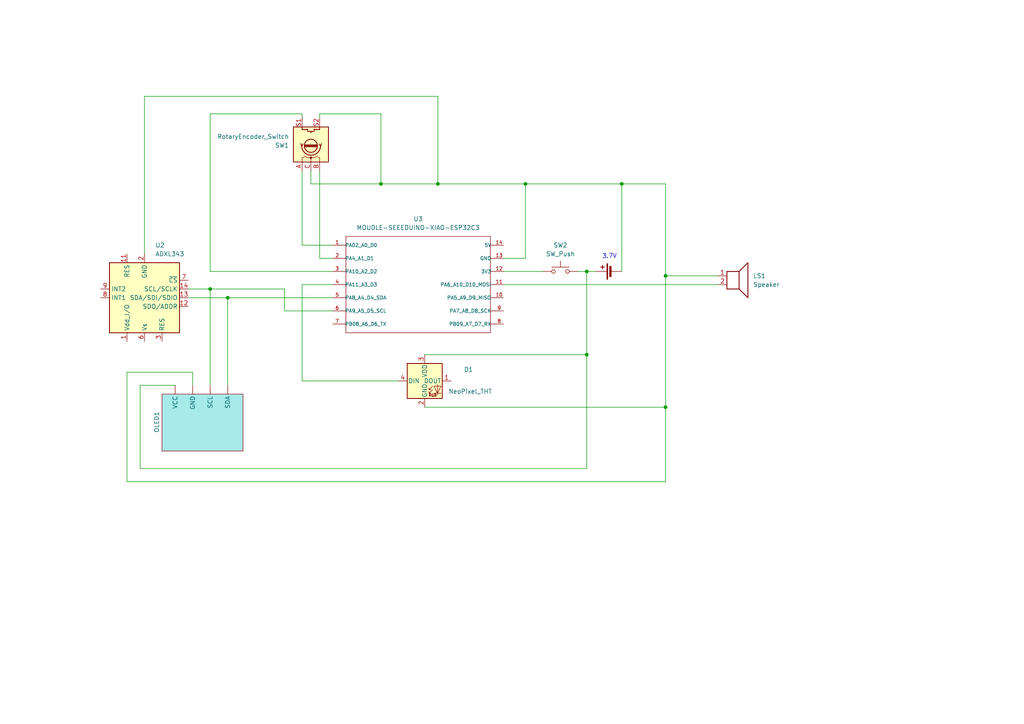
<source format=kicad_sch>
(kicad_sch (version 20250114) (generator "eeschema") (generator_version "9.0")
  (paper "A4")
  (lib_symbols
    (symbol "Device:Battery_Cell" (pin_numbers (hide yes)) (pin_names (offset 0) (hide yes))
      (property "Reference" "BT" (at 2.54 2.54 0))
      (property "Value" "Battery_Cell" (at 2.54 0 0))
      (symbol "Battery_Cell_0_1"
        (rectangle (start -2.286 1.778) (end 2.286 1.524) (fill (type outline)))
        (rectangle (start -1.524 1.016) (end 1.524 0.508) (fill (type outline)))
        (polyline (pts (xy 0 1.778) (xy 0 2.54)))
        (polyline (pts (xy 0 0.762) (xy 0 0)))
        (polyline (pts (xy 0.762 3.048) (xy 1.778 3.048)) (stroke (width 0.254)))
        (polyline (pts (xy 1.27 3.556) (xy 1.27 2.54)) (stroke (width 0.254)))
      )
      (symbol "Battery_Cell_1_1"
        (pin passive line (at 0 5.08 270) (length 2.54) (name "+") (number "1"))
        (pin passive line (at 0 -2.54 90) (length 2.54) (name "-") (number "2"))
      )
    )
    (symbol "Device:RotaryEncoder_Switch" (pin_names (offset 0.254) (hide yes))
      (property "Reference" "SW" (at 0 6.604 0))
      (property "Value" "RotaryEncoder_Switch" (at 0 -6.604 0))
      (symbol "RotaryEncoder_Switch_0_1"
        (rectangle (start -5.08 5.08) (end 5.08 -5.08) (stroke (width 0.254)) (fill (type background)))
        (polyline (pts (xy -5.08 2.54) (xy -3.81 2.54) (xy -3.81 2.032)))
        (polyline (pts (xy -5.08 0) (xy -3.81 0) (xy -3.81 -1.016) (xy -3.302 -2.032)))
        (polyline (pts (xy -5.08 -2.54) (xy -3.81 -2.54) (xy -3.81 -2.032)))
        (polyline (pts (xy -4.318 0) (xy -3.81 0) (xy -3.81 1.016) (xy -3.302 2.032)))
        (circle (center -3.81 0) (radius 0.254) (fill (type outline)))
        (polyline (pts (xy -0.635 -1.778) (xy -0.635 1.778)) (stroke (width 0.254)))
        (circle (center -0.381 0) (radius 1.905) (stroke (width 0.254)))
        (polyline (pts (xy -0.381 -1.778) (xy -0.381 1.778)) (stroke (width 0.254)))
        (arc (start -0.381 -2.794) (mid -3.0988 -0.0635) (end -0.381 2.667) (stroke (width 0.254)))
        (polyline (pts (xy -0.127 1.778) (xy -0.127 -1.778)) (stroke (width 0.254)))
        (polyline (pts (xy 0.254 2.921) (xy -0.508 2.667) (xy 0.127 2.286)) (stroke (width 0.254)))
        (polyline (pts (xy 0.254 -3.048) (xy -0.508 -2.794) (xy 0.127 -2.413)) (stroke (width 0.254)))
        (polyline (pts (xy 3.81 1.016) (xy 3.81 -1.016)) (stroke (width 0.254)))
        (polyline (pts (xy 3.81 0) (xy 3.429 0)) (stroke (width 0.254)))
        (circle (center 4.318 1.016) (radius 0.127) (stroke (width 0.254)))
        (circle (center 4.318 -1.016) (radius 0.127) (stroke (width 0.254)))
        (polyline (pts (xy 5.08 2.54) (xy 4.318 2.54) (xy 4.318 1.016)) (stroke (width 0.254)))
        (polyline (pts (xy 5.08 -2.54) (xy 4.318 -2.54) (xy 4.318 -1.016)) (stroke (width 0.254)))
      )
      (symbol "RotaryEncoder_Switch_1_1"
        (pin passive line (at -7.62 2.54 0) (length 2.54) (name "A") (number "A"))
        (pin passive line (at -7.62 0 0) (length 2.54) (name "C") (number "C"))
        (pin passive line (at -7.62 -2.54 0) (length 2.54) (name "B") (number "B"))
        (pin passive line (at 7.62 2.54 180) (length 2.54) (name "S1") (number "S1"))
        (pin passive line (at 7.62 -2.54 180) (length 2.54) (name "S2") (number "S2"))
      )
    )
    (symbol "Device:Speaker" (pin_names (offset 0) (hide yes))
      (property "Reference" "LS" (at 1.27 5.715 0))
      (property "Value" "Speaker" (at 1.27 3.81 0))
      (symbol "Speaker_0_0"
        (rectangle (start -2.54 1.27) (end 1.016 -3.81) (stroke (width 0.254)))
        (polyline (pts (xy 1.016 1.27) (xy 3.556 3.81) (xy 3.556 -6.35) (xy 1.016 -3.81)) (stroke (width 0.254)))
      )
      (symbol "Speaker_1_1"
        (pin input line (at -5.08 0 0) (length 2.54) (name "1") (number "1"))
        (pin input line (at -5.08 -2.54 0) (length 2.54) (name "2") (number "2"))
      )
    )
    (symbol "Introduction to Sensors and Circuits Library:SSD1306_128x64_OLED_screen"
      (property "Reference" "OLED1" (at -2.54 -1.27 0))
      (property "Value" "~" (at -3.81 -1.27 0))
      (symbol "SSD1306_128x64_OLED_screen_0_1"
        (rectangle (start -11.43 7.62) (end 12.065 -8.89) (fill (type color) (color 0 194 194 0.35)))
      )
      (symbol "SSD1306_128x64_OLED_screen_1_1"
        (pin input line (at -7.62 10.16 270) (length 2.54) (name "VCC") (number ""))
        (pin input line (at -2.54 10.16 270) (length 2.54) (name "GND") (number ""))
        (pin input line (at 2.54 10.16 270) (length 2.54) (name "SCL") (number ""))
        (pin input line (at 7.62 10.16 270) (length 2.54) (name "SDA") (number ""))
      )
    )
    (symbol "LED:NeoPixel_THT" (pin_names (offset 0.254))
      (property "Reference" "D" (at 5.08 5.715 0))
      (property "Value" "NeoPixel_THT" (at 1.27 -5.715 0))
      (symbol "NeoPixel_THT_0_0"
        (text "RGB" (at 2.286 -4.191 0) (effects (font (size 0.762 0.762))))
      )
      (symbol "NeoPixel_THT_0_1"
        (polyline (pts (xy 1.27 -2.54) (xy 1.778 -2.54)))
        (polyline (pts (xy 1.27 -3.556) (xy 1.778 -3.556)))
        (polyline (pts (xy 2.286 -1.524) (xy 1.27 -2.54) (xy 1.27 -2.032)))
        (polyline (pts (xy 2.286 -2.54) (xy 1.27 -3.556) (xy 1.27 -3.048)))
        (polyline (pts (xy 3.683 -1.016) (xy 3.683 -3.556) (xy 3.683 -4.064)))
        (polyline (pts (xy 4.699 -1.524) (xy 2.667 -1.524) (xy 3.683 -3.556) (xy 4.699 -1.524)))
        (polyline (pts (xy 4.699 -3.556) (xy 2.667 -3.556)))
        (rectangle (start 5.08 5.08) (end -5.08 -5.08) (stroke (width 0.254)) (fill (type background)))
      )
      (symbol "NeoPixel_THT_1_1"
        (pin input line (at -7.62 0 0) (length 2.54) (name "DIN") (number "4"))
        (pin power_in line (at 0 7.62 270) (length 2.54) (name "VDD") (number "3"))
        (pin power_in line (at 0 -7.62 90) (length 2.54) (name "GND") (number "2"))
        (pin output line (at 7.62 0 180) (length 2.54) (name "DOUT") (number "1"))
      )
    )
    (symbol "MOUDLE-SEEEDUINO-XIAO-ESP32C3:MOUDLE-SEEEDUINO-XIAO-ESP32C3" (pin_names (offset 1.016))
      (property "Reference" "U" (at -21.59 15.24 0))
      (property "Value" "MOUDLE-SEEEDUINO-XIAO-ESP32C3" (at -21.59 13.97 0))
      (symbol "MOUDLE-SEEEDUINO-XIAO-ESP32C3_0_0"
        (polyline (pts (xy -21.59 13.97) (xy 20.32 13.97)) (stroke (width 0.1524)))
        (polyline (pts (xy -21.59 11.43) (xy -22.86 11.43)) (stroke (width 0.1524)))
        (polyline (pts (xy -21.59 11.43) (xy -21.59 13.97)) (stroke (width 0.1524)))
        (polyline (pts (xy -21.59 7.62) (xy -22.86 7.62)) (stroke (width 0.1524)))
        (polyline (pts (xy -21.59 7.62) (xy -21.59 11.43)) (stroke (width 0.1524)))
        (polyline (pts (xy -21.59 3.81) (xy -22.86 3.81)) (stroke (width 0.1524)))
        (polyline (pts (xy -21.59 3.81) (xy -21.59 7.62)) (stroke (width 0.1524)))
        (polyline (pts (xy -21.59 0) (xy -22.86 0)) (stroke (width 0.1524)))
        (polyline (pts (xy -21.59 0) (xy -21.59 3.81)) (stroke (width 0.1524)))
        (polyline (pts (xy -21.59 -3.81) (xy -22.86 -3.81)) (stroke (width 0.1524)))
        (polyline (pts (xy -21.59 -7.62) (xy -22.86 -7.62)) (stroke (width 0.1524)))
        (polyline (pts (xy -21.59 -11.43) (xy -22.86 -11.43)) (stroke (width 0.1524)))
        (polyline (pts (xy -21.59 -13.97) (xy -21.59 0)) (stroke (width 0.1524)))
        (polyline (pts (xy 20.32 13.97) (xy 20.32 11.43)) (stroke (width 0.1524)))
        (polyline (pts (xy 20.32 11.43) (xy 20.32 7.62)) (stroke (width 0.1524)))
        (polyline (pts (xy 20.32 7.62) (xy 20.32 3.81)) (stroke (width 0.1524)))
        (polyline (pts (xy 20.32 3.81) (xy 20.32 -13.97)) (stroke (width 0.1524)))
        (polyline (pts (xy 20.32 -13.97) (xy -21.59 -13.97)) (stroke (width 0.1524)))
        (polyline (pts (xy 21.59 11.43) (xy 20.32 11.43)) (stroke (width 0.1524)))
        (polyline (pts (xy 21.59 7.62) (xy 20.32 7.62)) (stroke (width 0.1524)))
        (polyline (pts (xy 21.59 3.81) (xy 20.32 3.81)) (stroke (width 0.1524)))
        (polyline (pts (xy 21.59 0) (xy 20.32 0)) (stroke (width 0.1524)))
        (polyline (pts (xy 21.59 -3.81) (xy 20.32 -3.81)) (stroke (width 0.1524)))
        (polyline (pts (xy 21.59 -7.62) (xy 20.32 -7.62)) (stroke (width 0.1524)))
        (polyline (pts (xy 21.59 -11.43) (xy 20.32 -11.43)) (stroke (width 0.1524)))
        (pin bidirectional line (at -25.4 11.43 0) (length 2.54) (name "PA02_A0_D0") (number "1"))
        (pin bidirectional line (at -25.4 7.62 0) (length 2.54) (name "PA4_A1_D1") (number "2"))
        (pin bidirectional line (at -25.4 3.81 0) (length 2.54) (name "PA10_A2_D2") (number "3"))
        (pin bidirectional line (at -25.4 0 0) (length 2.54) (name "PA11_A3_D3") (number "4"))
        (pin bidirectional line (at -25.4 -3.81 0) (length 2.54) (name "PA8_A4_D4_SDA") (number "5"))
        (pin bidirectional line (at -25.4 -7.62 0) (length 2.54) (name "PA9_A5_D5_SCL") (number "6"))
        (pin bidirectional line (at -25.4 -11.43 0) (length 2.54) (name "PB08_A6_D6_TX") (number "7"))
        (pin bidirectional line (at 24.13 11.43 180) (length 2.54) (name "5V") (number "14"))
        (pin bidirectional line (at 24.13 7.62 180) (length 2.54) (name "GND") (number "13"))
        (pin bidirectional line (at 24.13 3.81 180) (length 2.54) (name "3V3") (number "12"))
        (pin bidirectional line (at 24.13 0 180) (length 2.54) (name "PA6_A10_D10_MOSI") (number "11"))
        (pin bidirectional line (at 24.13 -3.81 180) (length 2.54) (name "PA5_A9_D9_MISO") (number "10"))
        (pin bidirectional line (at 24.13 -7.62 180) (length 2.54) (name "PA7_A8_D8_SCK") (number "9"))
        (pin bidirectional line (at 24.13 -11.43 180) (length 2.54) (name "PB09_A7_D7_RX") (number "8"))
      )
    )
    (symbol "Sensor_Motion:ADXL343"
      (property "Reference" "U" (at -8.89 11.43 0))
      (property "Value" "ADXL343" (at -7.62 -11.43 0))
      (symbol "ADXL343_0_1"
        (rectangle (start -10.16 10.16) (end 10.16 -10.16) (stroke (width 0.254)) (fill (type background)))
      )
      (symbol "ADXL343_1_1"
        (pin bidirectional line (at -12.7 2.54 0) (length 2.54) (name "SDO/ADDR") (number "12"))
        (pin bidirectional line (at -12.7 0 0) (length 2.54) (name "SDA/SDI/SDIO") (number "13"))
        (pin input line (at -12.7 -2.54 0) (length 2.54) (name "SCL/SCLK") (number "14"))
        (pin input line (at -12.7 -5.08 0) (length 2.54) (name "~{CS}") (number "7"))
        (pin passive line (at -5.08 12.7 270) (length 2.54) (name "RES") (number "3"))
        (pin no_connect line (at -5.08 -10.16 90) (length 2.54) (hide yes) (name "NC") (number "10"))
        (pin power_in line (at 0 12.7 270) (length 2.54) (name "Vs") (number "6"))
        (pin power_in line (at 0 -12.7 90) (length 2.54) (name "GND") (number "2"))
        (pin passive line (at 0 -12.7 90) (length 2.54) (hide yes) (name "GND") (number "4"))
        (pin passive line (at 0 -12.7 90) (length 2.54) (hide yes) (name "GND") (number "5"))
        (pin power_in line (at 5.08 12.7 270) (length 2.54) (name "Vdd_I/O") (number "1"))
        (pin passive line (at 5.08 -12.7 90) (length 2.54) (name "RES") (number "11"))
        (pin output line (at 12.7 0 180) (length 2.54) (name "INT1") (number "8"))
        (pin output line (at 12.7 -2.54 180) (length 2.54) (name "INT2") (number "9"))
      )
    )
    (symbol "Switch:SW_Push" (pin_numbers (hide yes)) (pin_names (offset 1.016) (hide yes))
      (property "Reference" "SW" (at 1.27 2.54 0))
      (property "Value" "SW_Push" (at 0 -1.524 0))
      (symbol "SW_Push_0_1"
        (circle (center -2.032 0) (radius 0.508))
        (polyline (pts (xy 0 1.27) (xy 0 3.048)))
        (circle (center 2.032 0) (radius 0.508))
        (polyline (pts (xy 2.54 1.27) (xy -2.54 1.27)))
        (pin passive line (at -5.08 0 0) (length 2.54) (name "1") (number "1"))
        (pin passive line (at 5.08 0 180) (length 2.54) (name "2") (number "2"))
      )
    )
  )
  (text "3.7V" (at 176.784 74.422 0) (effects (font (size 1.27 1.27))))
  (junction (at 127 53.34))
  (junction (at 152.4 53.34))
  (junction (at 110.49 53.34))
  (junction (at 193.04 80.01))
  (junction (at 193.04 118.11))
  (junction (at 180.34 53.34))
  (junction (at 170.18 102.87))
  (junction (at 66.04 86.36))
  (junction (at 170.18 78.74))
  (junction (at 60.96 83.82))
  (wire (pts (xy 167.64 78.74) (xy 170.18 78.74)))
  (wire (pts (xy 66.04 86.36) (xy 96.52 86.36)))
  (wire (pts (xy 55.88 107.95) (xy 36.83 107.95)))
  (wire (pts (xy 96.52 78.74) (xy 60.96 78.74)))
  (wire (pts (xy 208.28 82.55) (xy 146.05 82.55)))
  (wire (pts (xy 60.96 78.74) (xy 60.96 33.02)))
  (wire (pts (xy 92.71 33.02) (xy 110.49 33.02)))
  (wire (pts (xy 180.34 78.74) (xy 180.34 53.34)))
  (wire (pts (xy 92.71 74.93) (xy 96.52 74.93)))
  (wire (pts (xy 110.49 33.02) (xy 110.49 53.34)))
  (wire (pts (xy 87.63 33.02) (xy 87.63 34.29)))
  (wire (pts (xy 152.4 53.34) (xy 152.4 74.93)))
  (wire (pts (xy 87.63 49.53) (xy 87.63 71.12)))
  (wire (pts (xy 90.17 53.34) (xy 90.17 49.53)))
  (wire (pts (xy 90.17 53.34) (xy 110.49 53.34)))
  (wire (pts (xy 66.04 86.36) (xy 66.04 111.76)))
  (wire (pts (xy 146.05 78.74) (xy 157.48 78.74)))
  (wire (pts (xy 193.04 80.01) (xy 193.04 53.34)))
  (wire (pts (xy 193.04 139.7) (xy 193.04 118.11)))
  (wire (pts (xy 36.83 107.95) (xy 36.83 139.7)))
  (wire (pts (xy 127 53.34) (xy 152.4 53.34)))
  (wire (pts (xy 193.04 118.11) (xy 193.04 80.01)))
  (wire (pts (xy 170.18 102.87) (xy 170.18 78.74)))
  (wire (pts (xy 40.64 111.76) (xy 40.64 135.89)))
  (wire (pts (xy 82.55 90.17) (xy 96.52 90.17)))
  (wire (pts (xy 123.19 102.87) (xy 170.18 102.87)))
  (wire (pts (xy 127 27.94) (xy 127 53.34)))
  (wire (pts (xy 60.96 83.82) (xy 82.55 83.82)))
  (wire (pts (xy 54.61 86.36) (xy 66.04 86.36)))
  (wire (pts (xy 87.63 82.55) (xy 96.52 82.55)))
  (wire (pts (xy 92.71 33.02) (xy 92.71 34.29)))
  (wire (pts (xy 60.96 33.02) (xy 87.63 33.02)))
  (wire (pts (xy 36.83 139.7) (xy 193.04 139.7)))
  (wire (pts (xy 41.91 27.94) (xy 127 27.94)))
  (wire (pts (xy 54.61 83.82) (xy 60.96 83.82)))
  (wire (pts (xy 50.8 111.76) (xy 40.64 111.76)))
  (wire (pts (xy 110.49 53.34) (xy 127 53.34)))
  (wire (pts (xy 40.64 135.89) (xy 170.18 135.89)))
  (wire (pts (xy 170.18 135.89) (xy 170.18 102.87)))
  (wire (pts (xy 193.04 53.34) (xy 180.34 53.34)))
  (wire (pts (xy 41.91 73.66) (xy 41.91 27.94)))
  (wire (pts (xy 193.04 80.01) (xy 208.28 80.01)))
  (wire (pts (xy 170.18 78.74) (xy 172.72 78.74)))
  (wire (pts (xy 60.96 83.82) (xy 60.96 111.76)))
  (wire (pts (xy 180.34 53.34) (xy 152.4 53.34)))
  (wire (pts (xy 152.4 74.93) (xy 146.05 74.93)))
  (wire (pts (xy 123.19 118.11) (xy 193.04 118.11)))
  (wire (pts (xy 92.71 49.53) (xy 92.71 74.93)))
  (wire (pts (xy 115.57 110.49) (xy 87.63 110.49)))
  (wire (pts (xy 55.88 111.76) (xy 55.88 107.95)))
  (wire (pts (xy 87.63 110.49) (xy 87.63 82.55)))
  (wire (pts (xy 82.55 83.82) (xy 82.55 90.17)))
  (wire (pts (xy 87.63 71.12) (xy 96.52 71.12)))
  (symbol (lib_id "Introduction to Sensors and Circuits Library:SSD1306_128x64_OLED_screen") (at 58.42 121.92 0) (unit 1)
    (property "Reference" "OLED1" (at 45.466 122.428 90))
  )
  (symbol (lib_id "MOUDLE-SEEEDUINO-XIAO-ESP32C3:MOUDLE-SEEEDUINO-XIAO-ESP32C3") (at 121.92 82.55 0) (unit 1)
    (property "Reference" "U3" (at 121.285 63.5 0))
    (property "Value" "MOUDLE-SEEEDUINO-XIAO-ESP32C3" (at 121.285 66.04 0))
    (property "Footprint" "MOUDLE14P-SMD-2.54-21X17.8MM" (effects (hide yes)))
  )
  (symbol (lib_id "Device:Battery_Cell") (at 177.8 78.74 90) (unit 1)
    (property "Reference" "BT1" (effects (hide yes)))
    (property "Value" "Battery_Cell" (effects (hide yes)))
    (property "Description" "Single-cell battery" (effects (hide yes)))
  )
  (symbol (lib_id "Device:Speaker") (at 213.36 80.01 0) (unit 1)
    (property "Reference" "LS1" (at 218.44 80.0099 0) (effects (justify left)))
    (property "Value" "Speaker" (at 218.44 82.5499 0) (effects (justify left)))
    (property "Description" "Speaker" (effects (hide yes)))
  )
  (symbol (lib_id "Switch:SW_Push") (at 162.56 78.74 0) (unit 1)
    (property "Reference" "SW2" (at 162.56 71.12 0))
    (property "Value" "SW_Push" (at 162.56 73.66 0))
    (property "Description" "Push button switch, generic, two pins" (effects (hide yes)))
  )
  (symbol (lib_id "Device:RotaryEncoder_Switch") (at 90.17 41.91 90) (unit 1)
    (property "Reference" "SW1" (at 81.788 42.164 90))
    (property "Value" "RotaryEncoder_Switch" (at 73.406 39.624 90))
    (property "Description" "Rotary encoder, dual channel, incremental quadrate outputs, with switch" (effects (hide yes)))
  )
  (symbol (lib_id "Sensor_Motion:ADXL343") (at 41.91 86.36 180) (unit 1)
    (property "Reference" "U2" (at 45.0281 71.12 0) (effects (justify right)))
    (property "Value" "ADXL343" (at 45.0281 73.66 0) (effects (justify right)))
    (property "Footprint" "Package_LGA:LGA-14_3x5mm_P0.8mm_LayoutBorder1x6y" (effects (hide yes)))
    (property "Datasheet" "https://www.analog.com/media/en/technical-documentation/data-sheets/ADXL343.pdf" (effects (hide yes)))
    (property "Description" "3-Axis MEMS Accelerometer, 2/4/8/16g range, I2C/SPI, LGA-14" (effects (hide yes)))
  )
  (symbol (lib_id "LED:NeoPixel_THT") (at 123.19 110.49 0) (unit 1)
    (property "Reference" "D1" (at 135.89 107.188 0))
    (property "Value" "NeoPixel_THT" (at 136.398 113.538 0))
    (property "Datasheet" "https://www.adafruit.com/product/1938" (effects (hide yes)))
    (property "Description" "RGB LED with integrated controller, 5mm/8mm LED package" (effects (hide yes)))
  )
)
</source>
